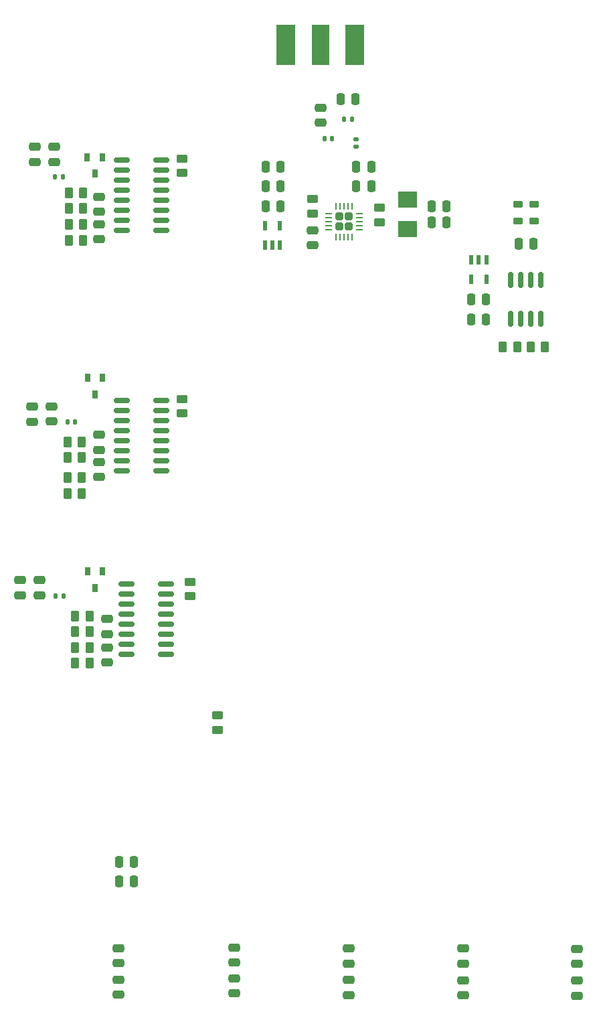
<source format=gbr>
%TF.GenerationSoftware,KiCad,Pcbnew,7.0.9*%
%TF.CreationDate,2024-08-13T23:39:12-05:00*%
%TF.ProjectId,TestStand,54657374-5374-4616-9e64-2e6b69636164,rev?*%
%TF.SameCoordinates,Original*%
%TF.FileFunction,Paste,Top*%
%TF.FilePolarity,Positive*%
%FSLAX46Y46*%
G04 Gerber Fmt 4.6, Leading zero omitted, Abs format (unit mm)*
G04 Created by KiCad (PCBNEW 7.0.9) date 2024-08-13 23:39:12*
%MOMM*%
%LPD*%
G01*
G04 APERTURE LIST*
G04 Aperture macros list*
%AMRoundRect*
0 Rectangle with rounded corners*
0 $1 Rounding radius*
0 $2 $3 $4 $5 $6 $7 $8 $9 X,Y pos of 4 corners*
0 Add a 4 corners polygon primitive as box body*
4,1,4,$2,$3,$4,$5,$6,$7,$8,$9,$2,$3,0*
0 Add four circle primitives for the rounded corners*
1,1,$1+$1,$2,$3*
1,1,$1+$1,$4,$5*
1,1,$1+$1,$6,$7*
1,1,$1+$1,$8,$9*
0 Add four rect primitives between the rounded corners*
20,1,$1+$1,$2,$3,$4,$5,0*
20,1,$1+$1,$4,$5,$6,$7,0*
20,1,$1+$1,$6,$7,$8,$9,0*
20,1,$1+$1,$8,$9,$2,$3,0*%
G04 Aperture macros list end*
%ADD10RoundRect,0.147500X0.147500X0.172500X-0.147500X0.172500X-0.147500X-0.172500X0.147500X-0.172500X0*%
%ADD11RoundRect,0.147500X0.172500X-0.147500X0.172500X0.147500X-0.172500X0.147500X-0.172500X-0.147500X0*%
%ADD12RoundRect,0.147500X-0.147500X-0.172500X0.147500X-0.172500X0.147500X0.172500X-0.147500X0.172500X0*%
%ADD13R,2.400000X2.000000*%
%ADD14RoundRect,0.250000X0.475000X-0.250000X0.475000X0.250000X-0.475000X0.250000X-0.475000X-0.250000X0*%
%ADD15RoundRect,0.250000X0.250000X0.475000X-0.250000X0.475000X-0.250000X-0.475000X0.250000X-0.475000X0*%
%ADD16R,0.558800X1.270000*%
%ADD17RoundRect,0.250000X-0.250000X-0.475000X0.250000X-0.475000X0.250000X0.475000X-0.250000X0.475000X0*%
%ADD18RoundRect,0.250000X-0.262500X-0.450000X0.262500X-0.450000X0.262500X0.450000X-0.262500X0.450000X0*%
%ADD19R,0.650000X1.100000*%
%ADD20RoundRect,0.150000X-0.850000X-0.150000X0.850000X-0.150000X0.850000X0.150000X-0.850000X0.150000X0*%
%ADD21RoundRect,0.250000X0.262500X0.450000X-0.262500X0.450000X-0.262500X-0.450000X0.262500X-0.450000X0*%
%ADD22RoundRect,0.250000X-0.450000X0.262500X-0.450000X-0.262500X0.450000X-0.262500X0.450000X0.262500X0*%
%ADD23RoundRect,0.250000X-0.475000X0.250000X-0.475000X-0.250000X0.475000X-0.250000X0.475000X0.250000X0*%
%ADD24RoundRect,0.250000X0.450000X-0.262500X0.450000X0.262500X-0.450000X0.262500X-0.450000X-0.262500X0*%
%ADD25R,2.290000X5.080000*%
%ADD26R,2.420000X5.080000*%
%ADD27RoundRect,0.218750X-0.381250X0.218750X-0.381250X-0.218750X0.381250X-0.218750X0.381250X0.218750X0*%
%ADD28RoundRect,0.250000X0.255000X-0.255000X0.255000X0.255000X-0.255000X0.255000X-0.255000X-0.255000X0*%
%ADD29RoundRect,0.062500X0.062500X-0.350000X0.062500X0.350000X-0.062500X0.350000X-0.062500X-0.350000X0*%
%ADD30RoundRect,0.062500X0.350000X-0.062500X0.350000X0.062500X-0.350000X0.062500X-0.350000X-0.062500X0*%
%ADD31RoundRect,0.150000X-0.150000X0.825000X-0.150000X-0.825000X0.150000X-0.825000X0.150000X0.825000X0*%
G04 APERTURE END LIST*
D10*
%TO.C,L6*%
X73985000Y-79147500D03*
X73015000Y-79147500D03*
%TD*%
%TO.C,L5*%
X76485000Y-76710000D03*
X75515000Y-76710000D03*
%TD*%
D11*
%TO.C,L4*%
X77000000Y-80195000D03*
X77000000Y-79225000D03*
%TD*%
D12*
%TO.C,L3*%
X39015000Y-137000000D03*
X39985000Y-137000000D03*
%TD*%
%TO.C,L2*%
X40515000Y-115000000D03*
X41485000Y-115000000D03*
%TD*%
%TO.C,L1*%
X38952500Y-84000000D03*
X39922500Y-84000000D03*
%TD*%
D13*
%TO.C,Y1*%
X83500000Y-90560000D03*
X83500000Y-86860000D03*
%TD*%
D14*
%TO.C,C36*%
X105000000Y-187512900D03*
X105000000Y-185612900D03*
%TD*%
D15*
%TO.C,C27*%
X48950000Y-173080000D03*
X47050000Y-173080000D03*
%TD*%
D16*
%TO.C,U5*%
X93500000Y-94500000D03*
X92547500Y-94500000D03*
X91595000Y-94500000D03*
X91595000Y-96938400D03*
X93500000Y-96938400D03*
%TD*%
D17*
%TO.C,C19*%
X77050000Y-82710000D03*
X78950000Y-82710000D03*
%TD*%
D14*
%TO.C,C12*%
X45500000Y-141800000D03*
X45500000Y-139900000D03*
%TD*%
D18*
%TO.C,R2*%
X40675000Y-92000000D03*
X42500000Y-92000000D03*
%TD*%
D19*
%TO.C,Q1*%
X44920000Y-81500000D03*
X43000000Y-81500000D03*
X43960000Y-83600000D03*
%TD*%
D18*
%TO.C,R3*%
X40675000Y-90000000D03*
X42500000Y-90000000D03*
%TD*%
D15*
%TO.C,C25*%
X67450000Y-87710000D03*
X65550000Y-87710000D03*
%TD*%
D20*
%TO.C,U1*%
X47387500Y-81915000D03*
X47387500Y-83185000D03*
X47387500Y-84455000D03*
X47387500Y-85725000D03*
X47387500Y-86995000D03*
X47387500Y-88265000D03*
X47387500Y-89535000D03*
X47387500Y-90805000D03*
X52387500Y-90805000D03*
X52387500Y-89535000D03*
X52387500Y-88265000D03*
X52387500Y-86995000D03*
X52387500Y-85725000D03*
X52387500Y-84455000D03*
X52387500Y-83185000D03*
X52387500Y-81915000D03*
%TD*%
D14*
%TO.C,C30*%
X61636400Y-187224200D03*
X61636400Y-185324200D03*
%TD*%
D21*
%TO.C,R17*%
X100912500Y-105500000D03*
X99087500Y-105500000D03*
%TD*%
D14*
%TO.C,C10*%
X37000000Y-136900000D03*
X37000000Y-135000000D03*
%TD*%
D21*
%TO.C,R16*%
X97412500Y-105500000D03*
X95587500Y-105500000D03*
%TD*%
D16*
%TO.C,U8*%
X65500000Y-92648400D03*
X66452500Y-92648400D03*
X67405000Y-92648400D03*
X67405000Y-90210000D03*
X65500000Y-90210000D03*
%TD*%
D14*
%TO.C,C37*%
X105000000Y-183512900D03*
X105000000Y-181612900D03*
%TD*%
D22*
%TO.C,R19*%
X80000000Y-87885000D03*
X80000000Y-89710000D03*
%TD*%
D18*
%TO.C,R8*%
X40500000Y-122000000D03*
X42325000Y-122000000D03*
%TD*%
D17*
%TO.C,C20*%
X77050000Y-85210000D03*
X78950000Y-85210000D03*
%TD*%
D23*
%TO.C,C7*%
X44500000Y-120050000D03*
X44500000Y-121950000D03*
%TD*%
D14*
%TO.C,C34*%
X90568200Y-187450000D03*
X90568200Y-185550000D03*
%TD*%
D24*
%TO.C,R20*%
X59500000Y-153912500D03*
X59500000Y-152087500D03*
%TD*%
%TO.C,R15*%
X56000000Y-137000000D03*
X56000000Y-135175000D03*
%TD*%
D14*
%TO.C,C2*%
X44500000Y-88400000D03*
X44500000Y-86500000D03*
%TD*%
%TO.C,C32*%
X76068200Y-187437100D03*
X76068200Y-185537100D03*
%TD*%
%TO.C,C6*%
X38500000Y-114900000D03*
X38500000Y-113000000D03*
%TD*%
D20*
%TO.C,U3*%
X48000000Y-135500000D03*
X48000000Y-136770000D03*
X48000000Y-138040000D03*
X48000000Y-139310000D03*
X48000000Y-140580000D03*
X48000000Y-141850000D03*
X48000000Y-143120000D03*
X48000000Y-144390000D03*
X53000000Y-144390000D03*
X53000000Y-143120000D03*
X53000000Y-141850000D03*
X53000000Y-140580000D03*
X53000000Y-139310000D03*
X53000000Y-138040000D03*
X53000000Y-136770000D03*
X53000000Y-135500000D03*
%TD*%
D14*
%TO.C,C21*%
X72500000Y-77160000D03*
X72500000Y-75260000D03*
%TD*%
D18*
%TO.C,R14*%
X41500000Y-139500000D03*
X43325000Y-139500000D03*
%TD*%
D14*
%TO.C,C35*%
X90568200Y-183450000D03*
X90568200Y-181550000D03*
%TD*%
D24*
%TO.C,R10*%
X55000000Y-113912500D03*
X55000000Y-112087500D03*
%TD*%
D18*
%TO.C,R11*%
X41500000Y-141500000D03*
X43325000Y-141500000D03*
%TD*%
D17*
%TO.C,C13*%
X97550000Y-92500000D03*
X99450000Y-92500000D03*
%TD*%
D18*
%TO.C,R12*%
X41500000Y-145500000D03*
X43325000Y-145500000D03*
%TD*%
D14*
%TO.C,C28*%
X47000000Y-187387100D03*
X47000000Y-185487100D03*
%TD*%
%TO.C,C4*%
X36375000Y-82100000D03*
X36375000Y-80200000D03*
%TD*%
D15*
%TO.C,C26*%
X48950000Y-170580000D03*
X47050000Y-170580000D03*
%TD*%
%TO.C,C22*%
X76950000Y-74210000D03*
X75050000Y-74210000D03*
%TD*%
D18*
%TO.C,R5*%
X40675000Y-86000000D03*
X42500000Y-86000000D03*
%TD*%
%TO.C,R6*%
X40500000Y-119500000D03*
X42325000Y-119500000D03*
%TD*%
D14*
%TO.C,C8*%
X44500000Y-118500000D03*
X44500000Y-116600000D03*
%TD*%
%TO.C,C9*%
X34500000Y-136900000D03*
X34500000Y-135000000D03*
%TD*%
D25*
%TO.C,J15*%
X72500000Y-67280000D03*
D26*
X76880000Y-67280000D03*
X68120000Y-67280000D03*
%TD*%
D14*
%TO.C,C33*%
X76068200Y-183437100D03*
X76068200Y-181537100D03*
%TD*%
D15*
%TO.C,C15*%
X93450000Y-102000000D03*
X91550000Y-102000000D03*
%TD*%
D17*
%TO.C,C17*%
X86550000Y-87710000D03*
X88450000Y-87710000D03*
%TD*%
D24*
%TO.C,R1*%
X55000000Y-83500000D03*
X55000000Y-81675000D03*
%TD*%
D15*
%TO.C,C24*%
X67450000Y-85210000D03*
X65550000Y-85210000D03*
%TD*%
D14*
%TO.C,C31*%
X61636400Y-183324200D03*
X61636400Y-181424200D03*
%TD*%
D18*
%TO.C,R7*%
X40500000Y-124000000D03*
X42325000Y-124000000D03*
%TD*%
D27*
%TO.C,FB2*%
X99500000Y-87437500D03*
X99500000Y-89562500D03*
%TD*%
D28*
%TO.C,U7*%
X74875000Y-90272500D03*
X76125000Y-90272500D03*
X74875000Y-89022500D03*
X76125000Y-89022500D03*
D29*
X74500000Y-91585000D03*
X75000000Y-91585000D03*
X75500000Y-91585000D03*
X76000000Y-91585000D03*
X76500000Y-91585000D03*
D30*
X77437500Y-90647500D03*
X77437500Y-90147500D03*
X77437500Y-89647500D03*
X77437500Y-89147500D03*
X77437500Y-88647500D03*
D29*
X76500000Y-87710000D03*
X76000000Y-87710000D03*
X75500000Y-87710000D03*
X75000000Y-87710000D03*
X74500000Y-87710000D03*
D30*
X73562500Y-88647500D03*
X73562500Y-89147500D03*
X73562500Y-89647500D03*
X73562500Y-90147500D03*
X73562500Y-90647500D03*
%TD*%
D17*
%TO.C,C18*%
X86550000Y-89710000D03*
X88450000Y-89710000D03*
%TD*%
D15*
%TO.C,C14*%
X93450000Y-99500000D03*
X91550000Y-99500000D03*
%TD*%
D14*
%TO.C,C3*%
X38875000Y-82100000D03*
X38875000Y-80200000D03*
%TD*%
%TO.C,C5*%
X36000000Y-114950000D03*
X36000000Y-113050000D03*
%TD*%
D23*
%TO.C,C1*%
X44500000Y-90000000D03*
X44500000Y-91900000D03*
%TD*%
D31*
%TO.C,U6*%
X100405000Y-97025000D03*
X99135000Y-97025000D03*
X97865000Y-97025000D03*
X96595000Y-97025000D03*
X96595000Y-101975000D03*
X97865000Y-101975000D03*
X99135000Y-101975000D03*
X100405000Y-101975000D03*
%TD*%
D19*
%TO.C,Q2*%
X44960000Y-109400000D03*
X43040000Y-109400000D03*
X44000000Y-111500000D03*
%TD*%
D24*
%TO.C,R18*%
X71500000Y-88622500D03*
X71500000Y-86797500D03*
%TD*%
D19*
%TO.C,Q3*%
X44960000Y-133900000D03*
X43040000Y-133900000D03*
X44000000Y-136000000D03*
%TD*%
D18*
%TO.C,R4*%
X40675000Y-88000000D03*
X42500000Y-88000000D03*
%TD*%
D27*
%TO.C,FB1*%
X97500000Y-87437500D03*
X97500000Y-89562500D03*
%TD*%
D18*
%TO.C,R13*%
X41500000Y-143500000D03*
X43325000Y-143500000D03*
%TD*%
D23*
%TO.C,C11*%
X45500000Y-143500000D03*
X45500000Y-145400000D03*
%TD*%
D15*
%TO.C,C23*%
X67450000Y-82710000D03*
X65550000Y-82710000D03*
%TD*%
D14*
%TO.C,C29*%
X47000000Y-183387100D03*
X47000000Y-181487100D03*
%TD*%
%TO.C,C16*%
X71500000Y-92660000D03*
X71500000Y-90760000D03*
%TD*%
D20*
%TO.C,U2*%
X47387500Y-112230000D03*
X47387500Y-113500000D03*
X47387500Y-114770000D03*
X47387500Y-116040000D03*
X47387500Y-117310000D03*
X47387500Y-118580000D03*
X47387500Y-119850000D03*
X47387500Y-121120000D03*
X52387500Y-121120000D03*
X52387500Y-119850000D03*
X52387500Y-118580000D03*
X52387500Y-117310000D03*
X52387500Y-116040000D03*
X52387500Y-114770000D03*
X52387500Y-113500000D03*
X52387500Y-112230000D03*
%TD*%
D18*
%TO.C,R9*%
X40500000Y-117500000D03*
X42325000Y-117500000D03*
%TD*%
M02*

</source>
